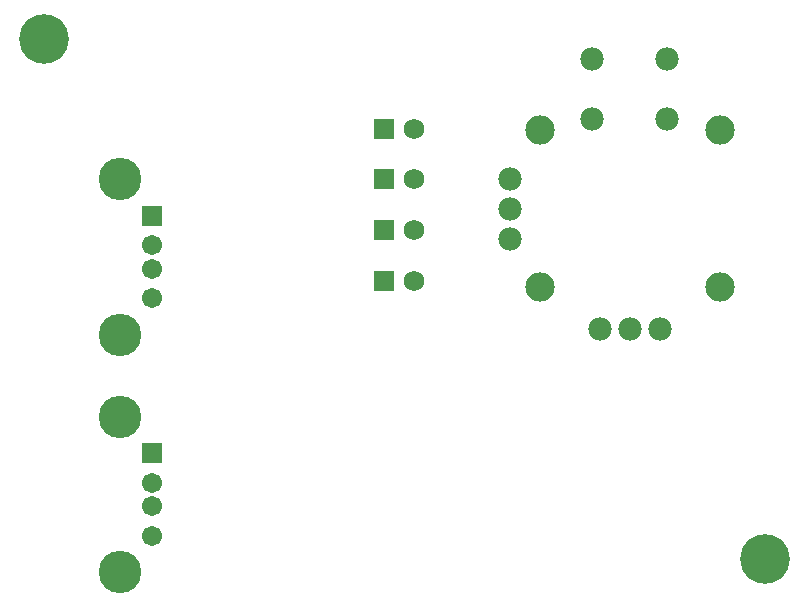
<source format=gbs>
G04*
G04 #@! TF.GenerationSoftware,Altium Limited,Altium Designer,22.10.1 (41)*
G04*
G04 Layer_Color=16711935*
%FSLAX25Y25*%
%MOIN*%
G70*
G04*
G04 #@! TF.SameCoordinates,21556AB6-08DB-41F7-8633-05A54B1CEEA3*
G04*
G04*
G04 #@! TF.FilePolarity,Negative*
G04*
G01*
G75*
%ADD13C,0.16548*%
%ADD14C,0.14170*%
%ADD15C,0.06737*%
%ADD16R,0.06737X0.06737*%
%ADD17C,0.07800*%
%ADD18C,0.09800*%
%ADD19R,0.06824X0.06824*%
%ADD20C,0.06824*%
D13*
X255906Y15748D02*
D03*
X15748Y188976D02*
D03*
D14*
X41000Y11268D02*
D03*
Y63000D02*
D03*
Y90500D02*
D03*
Y142232D02*
D03*
D15*
X51669Y23354D02*
D03*
Y33197D02*
D03*
Y41071D02*
D03*
Y102587D02*
D03*
Y112429D02*
D03*
Y120303D02*
D03*
D16*
Y50913D02*
D03*
Y130146D02*
D03*
D17*
X171000Y122500D02*
D03*
Y132500D02*
D03*
Y142500D02*
D03*
X221000Y92500D02*
D03*
X211000D02*
D03*
X201000D02*
D03*
X223500Y162500D02*
D03*
X198500D02*
D03*
X223500Y182500D02*
D03*
X198500D02*
D03*
D18*
X241000Y158750D02*
D03*
Y106250D02*
D03*
X181000D02*
D03*
Y158750D02*
D03*
D19*
X129000Y159000D02*
D03*
Y142500D02*
D03*
Y125500D02*
D03*
Y108500D02*
D03*
D20*
X139000Y159000D02*
D03*
Y142500D02*
D03*
Y125500D02*
D03*
Y108500D02*
D03*
M02*

</source>
